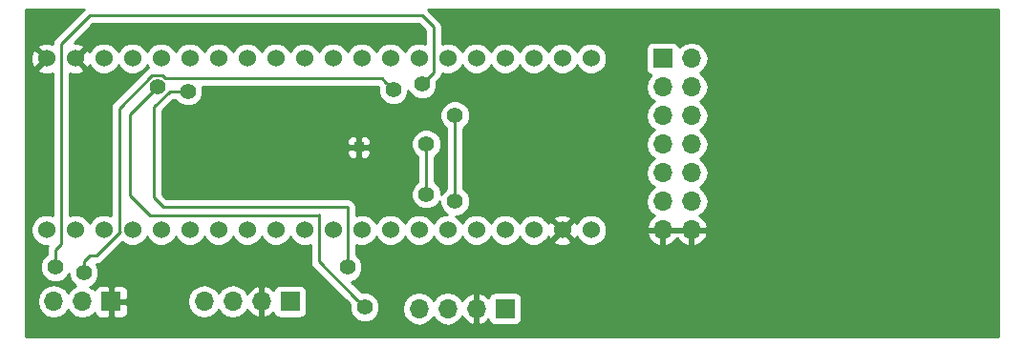
<source format=gtl>
G04 #@! TF.FileFunction,Copper,L1,Top,Signal*
%FSLAX46Y46*%
G04 Gerber Fmt 4.6, Leading zero omitted, Abs format (unit mm)*
G04 Created by KiCad (PCBNEW 4.0.7) date 12/24/17 13:22:17*
%MOMM*%
%LPD*%
G01*
G04 APERTURE LIST*
%ADD10C,0.100000*%
%ADD11C,1.524000*%
%ADD12R,1.700000X1.700000*%
%ADD13O,1.700000X1.700000*%
%ADD14R,0.850000X0.850000*%
%ADD15C,1.400000*%
%ADD16C,0.250000*%
%ADD17C,0.254000*%
G04 APERTURE END LIST*
D10*
D11*
X102870000Y-64770000D03*
X105410000Y-64770000D03*
X107950000Y-64770000D03*
X110490000Y-64770000D03*
X113030000Y-64770000D03*
X115570000Y-64770000D03*
X118110000Y-64770000D03*
X120650000Y-64770000D03*
X123190000Y-64770000D03*
X125730000Y-64770000D03*
X128270000Y-64770000D03*
X130810000Y-64770000D03*
X133350000Y-64770000D03*
X135890000Y-64770000D03*
X138430000Y-64770000D03*
X140970000Y-64770000D03*
X143510000Y-64770000D03*
X146050000Y-64770000D03*
X148590000Y-64770000D03*
X151130000Y-64770000D03*
X151130000Y-49530000D03*
X148590000Y-49530000D03*
X146050000Y-49530000D03*
X143510000Y-49530000D03*
X140970000Y-49530000D03*
X138430000Y-49530000D03*
X135890000Y-49530000D03*
X133350000Y-49530000D03*
X130810000Y-49530000D03*
X128270000Y-49530000D03*
X125730000Y-49530000D03*
X123190000Y-49530000D03*
X120650000Y-49530000D03*
X118110000Y-49530000D03*
X115570000Y-49530000D03*
X113030000Y-49530000D03*
X110490000Y-49530000D03*
X107950000Y-49530000D03*
X105410000Y-49530000D03*
X102870000Y-49530000D03*
D12*
X157480000Y-49530000D03*
D13*
X160020000Y-49530000D03*
X157480000Y-52070000D03*
X160020000Y-52070000D03*
X157480000Y-54610000D03*
X160020000Y-54610000D03*
X157480000Y-57150000D03*
X160020000Y-57150000D03*
X157480000Y-59690000D03*
X160020000Y-59690000D03*
X157480000Y-62230000D03*
X160020000Y-62230000D03*
X157480000Y-64770000D03*
X160020000Y-64770000D03*
D12*
X124460000Y-71120000D03*
D13*
X121920000Y-71120000D03*
X119380000Y-71120000D03*
X116840000Y-71120000D03*
D12*
X143510000Y-71755000D03*
D13*
X140970000Y-71755000D03*
X138430000Y-71755000D03*
X135890000Y-71755000D03*
D12*
X108585000Y-71120000D03*
D13*
X106045000Y-71120000D03*
X103505000Y-71120000D03*
D14*
X130556000Y-57404000D03*
D15*
X168910000Y-59690000D03*
X163830000Y-64770000D03*
X139065000Y-62230000D03*
X139065000Y-54610000D03*
X136525000Y-61595000D03*
X136525000Y-57150000D03*
X115399475Y-52448796D03*
X129540000Y-68072000D03*
X112691034Y-52087436D03*
X131064000Y-71628000D03*
X133604000Y-52324000D03*
X106172000Y-68580000D03*
X136144000Y-51816000D03*
X103632000Y-68072000D03*
D16*
X163830000Y-64770000D02*
X168910000Y-59690000D01*
X139065000Y-62230000D02*
X139065000Y-54610000D01*
X136525000Y-57150000D02*
X136525000Y-61595000D01*
X129540000Y-67945000D02*
X129540000Y-62747008D01*
X129540000Y-62747008D02*
X113194470Y-62747008D01*
X113194470Y-62747008D02*
X112361891Y-61914429D01*
X112361891Y-61914429D02*
X112361891Y-53866163D01*
X112361891Y-53866163D02*
X113779258Y-52448796D01*
X113779258Y-52448796D02*
X115399475Y-52448796D01*
X129540000Y-68072000D02*
X129540000Y-66548000D01*
X111991035Y-52787435D02*
X112691034Y-52087436D01*
X110260620Y-54517850D02*
X111991035Y-52787435D01*
X127000000Y-63500000D02*
X112084071Y-63500000D01*
X110260620Y-61676549D02*
X110260620Y-54517850D01*
X112084071Y-63500000D02*
X110260620Y-61676549D01*
X127000000Y-63422905D02*
X127000000Y-67564000D01*
X130364001Y-70928001D02*
X131064000Y-71628000D01*
X127000000Y-67564000D02*
X130364001Y-70928001D01*
X132904001Y-51624001D02*
X133604000Y-52324000D01*
X113183035Y-51062435D02*
X113420914Y-51300314D01*
X113420914Y-51300314D02*
X132580314Y-51300314D01*
X112199033Y-51062435D02*
X113183035Y-51062435D01*
X109304762Y-65024000D02*
X109304762Y-53956706D01*
X109304762Y-53956706D02*
X112199033Y-51062435D01*
X132580314Y-51300314D02*
X132904001Y-51624001D01*
X109304762Y-65024000D02*
X109402999Y-64925763D01*
X107272762Y-67056000D02*
X109304762Y-65024000D01*
X106680000Y-67056000D02*
X107272762Y-67056000D01*
X106172000Y-67564000D02*
X106680000Y-67056000D01*
X106172000Y-68580000D02*
X106172000Y-67564000D01*
X106045000Y-70485000D02*
X106045000Y-71120000D01*
X136144000Y-51816000D02*
X137160000Y-50800000D01*
X137160000Y-50800000D02*
X137160000Y-46736000D01*
X137160000Y-46736000D02*
X136144000Y-45720000D01*
X136144000Y-45720000D02*
X106680000Y-45720000D01*
X106680000Y-45720000D02*
X104140000Y-48260000D01*
X104140000Y-48260000D02*
X104140000Y-66040000D01*
X104140000Y-66040000D02*
X103632000Y-66548000D01*
X103632000Y-66548000D02*
X103632000Y-68072000D01*
D17*
G36*
X106142599Y-45182599D02*
X103602599Y-47722599D01*
X103437852Y-47969161D01*
X103385812Y-48230780D01*
X103077698Y-48120856D01*
X102522632Y-48148638D01*
X102138857Y-48307603D01*
X102069392Y-48549787D01*
X102870000Y-49350395D01*
X102884143Y-49336253D01*
X103063748Y-49515858D01*
X103049605Y-49530000D01*
X103063748Y-49544143D01*
X102884143Y-49723748D01*
X102870000Y-49709605D01*
X102069392Y-50510213D01*
X102138857Y-50752397D01*
X102662302Y-50939144D01*
X103217368Y-50911362D01*
X103380000Y-50843998D01*
X103380000Y-63469121D01*
X103149100Y-63373243D01*
X102593339Y-63372758D01*
X102079697Y-63584990D01*
X101686371Y-63977630D01*
X101473243Y-64490900D01*
X101472758Y-65046661D01*
X101684990Y-65560303D01*
X102077630Y-65953629D01*
X102590900Y-66166757D01*
X102990025Y-66167105D01*
X102929852Y-66257161D01*
X102872000Y-66548000D01*
X102872000Y-66944345D01*
X102500902Y-67314796D01*
X102297232Y-67805287D01*
X102296769Y-68336383D01*
X102499582Y-68827229D01*
X102874796Y-69203098D01*
X103365287Y-69406768D01*
X103896383Y-69407231D01*
X104387229Y-69204418D01*
X104763098Y-68829204D01*
X104836937Y-68651380D01*
X104836769Y-68844383D01*
X105039582Y-69335229D01*
X105414796Y-69711098D01*
X105460227Y-69729963D01*
X104994946Y-70040853D01*
X104775000Y-70370026D01*
X104555054Y-70040853D01*
X104073285Y-69718946D01*
X103505000Y-69605907D01*
X102936715Y-69718946D01*
X102454946Y-70040853D01*
X102133039Y-70522622D01*
X102020000Y-71090907D01*
X102020000Y-71149093D01*
X102133039Y-71717378D01*
X102454946Y-72199147D01*
X102936715Y-72521054D01*
X103505000Y-72634093D01*
X104073285Y-72521054D01*
X104555054Y-72199147D01*
X104775000Y-71869974D01*
X104994946Y-72199147D01*
X105476715Y-72521054D01*
X106045000Y-72634093D01*
X106613285Y-72521054D01*
X107095054Y-72199147D01*
X107124403Y-72155223D01*
X107196673Y-72329698D01*
X107375301Y-72508327D01*
X107608690Y-72605000D01*
X108299250Y-72605000D01*
X108458000Y-72446250D01*
X108458000Y-71247000D01*
X108712000Y-71247000D01*
X108712000Y-72446250D01*
X108870750Y-72605000D01*
X109561310Y-72605000D01*
X109794699Y-72508327D01*
X109973327Y-72329698D01*
X110070000Y-72096309D01*
X110070000Y-71405750D01*
X109911250Y-71247000D01*
X108712000Y-71247000D01*
X108458000Y-71247000D01*
X108438000Y-71247000D01*
X108438000Y-71090907D01*
X115355000Y-71090907D01*
X115355000Y-71149093D01*
X115468039Y-71717378D01*
X115789946Y-72199147D01*
X116271715Y-72521054D01*
X116840000Y-72634093D01*
X117408285Y-72521054D01*
X117890054Y-72199147D01*
X118110000Y-71869974D01*
X118329946Y-72199147D01*
X118811715Y-72521054D01*
X119380000Y-72634093D01*
X119948285Y-72521054D01*
X120430054Y-72199147D01*
X120657702Y-71858447D01*
X120724817Y-72001358D01*
X121153076Y-72391645D01*
X121563110Y-72561476D01*
X121793000Y-72440155D01*
X121793000Y-71247000D01*
X121773000Y-71247000D01*
X121773000Y-70993000D01*
X121793000Y-70993000D01*
X121793000Y-69799845D01*
X122047000Y-69799845D01*
X122047000Y-70993000D01*
X122067000Y-70993000D01*
X122067000Y-71247000D01*
X122047000Y-71247000D01*
X122047000Y-72440155D01*
X122276890Y-72561476D01*
X122686924Y-72391645D01*
X122989937Y-72115499D01*
X123006838Y-72205317D01*
X123145910Y-72421441D01*
X123358110Y-72566431D01*
X123610000Y-72617440D01*
X125310000Y-72617440D01*
X125545317Y-72573162D01*
X125761441Y-72434090D01*
X125906431Y-72221890D01*
X125957440Y-71970000D01*
X125957440Y-70270000D01*
X125913162Y-70034683D01*
X125774090Y-69818559D01*
X125561890Y-69673569D01*
X125310000Y-69622560D01*
X123610000Y-69622560D01*
X123374683Y-69666838D01*
X123158559Y-69805910D01*
X123013569Y-70018110D01*
X122991699Y-70126107D01*
X122686924Y-69848355D01*
X122276890Y-69678524D01*
X122047000Y-69799845D01*
X121793000Y-69799845D01*
X121563110Y-69678524D01*
X121153076Y-69848355D01*
X120724817Y-70238642D01*
X120657702Y-70381553D01*
X120430054Y-70040853D01*
X119948285Y-69718946D01*
X119380000Y-69605907D01*
X118811715Y-69718946D01*
X118329946Y-70040853D01*
X118110000Y-70370026D01*
X117890054Y-70040853D01*
X117408285Y-69718946D01*
X116840000Y-69605907D01*
X116271715Y-69718946D01*
X115789946Y-70040853D01*
X115468039Y-70522622D01*
X115355000Y-71090907D01*
X108438000Y-71090907D01*
X108438000Y-70993000D01*
X108458000Y-70993000D01*
X108458000Y-69793750D01*
X108712000Y-69793750D01*
X108712000Y-70993000D01*
X109911250Y-70993000D01*
X110070000Y-70834250D01*
X110070000Y-70143691D01*
X109973327Y-69910302D01*
X109794699Y-69731673D01*
X109561310Y-69635000D01*
X108870750Y-69635000D01*
X108712000Y-69793750D01*
X108458000Y-69793750D01*
X108299250Y-69635000D01*
X107608690Y-69635000D01*
X107375301Y-69731673D01*
X107196673Y-69910302D01*
X107124403Y-70084777D01*
X107095054Y-70040853D01*
X106727206Y-69795066D01*
X106927229Y-69712418D01*
X107303098Y-69337204D01*
X107506768Y-68846713D01*
X107507231Y-68315617D01*
X107304418Y-67824771D01*
X107291868Y-67812199D01*
X107563601Y-67758148D01*
X107810163Y-67593401D01*
X109573891Y-65829673D01*
X109697630Y-65953629D01*
X110210900Y-66166757D01*
X110766661Y-66167242D01*
X111280303Y-65955010D01*
X111673629Y-65562370D01*
X111759949Y-65354488D01*
X111844990Y-65560303D01*
X112237630Y-65953629D01*
X112750900Y-66166757D01*
X113306661Y-66167242D01*
X113820303Y-65955010D01*
X114213629Y-65562370D01*
X114299949Y-65354488D01*
X114384990Y-65560303D01*
X114777630Y-65953629D01*
X115290900Y-66166757D01*
X115846661Y-66167242D01*
X116360303Y-65955010D01*
X116753629Y-65562370D01*
X116839949Y-65354488D01*
X116924990Y-65560303D01*
X117317630Y-65953629D01*
X117830900Y-66166757D01*
X118386661Y-66167242D01*
X118900303Y-65955010D01*
X119293629Y-65562370D01*
X119379949Y-65354488D01*
X119464990Y-65560303D01*
X119857630Y-65953629D01*
X120370900Y-66166757D01*
X120926661Y-66167242D01*
X121440303Y-65955010D01*
X121833629Y-65562370D01*
X121919949Y-65354488D01*
X122004990Y-65560303D01*
X122397630Y-65953629D01*
X122910900Y-66166757D01*
X123466661Y-66167242D01*
X123980303Y-65955010D01*
X124373629Y-65562370D01*
X124459949Y-65354488D01*
X124544990Y-65560303D01*
X124937630Y-65953629D01*
X125450900Y-66166757D01*
X126006661Y-66167242D01*
X126240000Y-66070829D01*
X126240000Y-67564000D01*
X126297852Y-67854839D01*
X126462599Y-68101401D01*
X129729226Y-71368028D01*
X129728769Y-71892383D01*
X129931582Y-72383229D01*
X130306796Y-72759098D01*
X130797287Y-72962768D01*
X131328383Y-72963231D01*
X131819229Y-72760418D01*
X132195098Y-72385204D01*
X132398768Y-71894713D01*
X132398915Y-71725907D01*
X134405000Y-71725907D01*
X134405000Y-71784093D01*
X134518039Y-72352378D01*
X134839946Y-72834147D01*
X135321715Y-73156054D01*
X135890000Y-73269093D01*
X136458285Y-73156054D01*
X136940054Y-72834147D01*
X137160000Y-72504974D01*
X137379946Y-72834147D01*
X137861715Y-73156054D01*
X138430000Y-73269093D01*
X138998285Y-73156054D01*
X139480054Y-72834147D01*
X139707702Y-72493447D01*
X139774817Y-72636358D01*
X140203076Y-73026645D01*
X140613110Y-73196476D01*
X140843000Y-73075155D01*
X140843000Y-71882000D01*
X140823000Y-71882000D01*
X140823000Y-71628000D01*
X140843000Y-71628000D01*
X140843000Y-70434845D01*
X141097000Y-70434845D01*
X141097000Y-71628000D01*
X141117000Y-71628000D01*
X141117000Y-71882000D01*
X141097000Y-71882000D01*
X141097000Y-73075155D01*
X141326890Y-73196476D01*
X141736924Y-73026645D01*
X142039937Y-72750499D01*
X142056838Y-72840317D01*
X142195910Y-73056441D01*
X142408110Y-73201431D01*
X142660000Y-73252440D01*
X144360000Y-73252440D01*
X144595317Y-73208162D01*
X144811441Y-73069090D01*
X144956431Y-72856890D01*
X145007440Y-72605000D01*
X145007440Y-70905000D01*
X144963162Y-70669683D01*
X144824090Y-70453559D01*
X144611890Y-70308569D01*
X144360000Y-70257560D01*
X142660000Y-70257560D01*
X142424683Y-70301838D01*
X142208559Y-70440910D01*
X142063569Y-70653110D01*
X142041699Y-70761107D01*
X141736924Y-70483355D01*
X141326890Y-70313524D01*
X141097000Y-70434845D01*
X140843000Y-70434845D01*
X140613110Y-70313524D01*
X140203076Y-70483355D01*
X139774817Y-70873642D01*
X139707702Y-71016553D01*
X139480054Y-70675853D01*
X138998285Y-70353946D01*
X138430000Y-70240907D01*
X137861715Y-70353946D01*
X137379946Y-70675853D01*
X137160000Y-71005026D01*
X136940054Y-70675853D01*
X136458285Y-70353946D01*
X135890000Y-70240907D01*
X135321715Y-70353946D01*
X134839946Y-70675853D01*
X134518039Y-71157622D01*
X134405000Y-71725907D01*
X132398915Y-71725907D01*
X132399231Y-71363617D01*
X132196418Y-70872771D01*
X131821204Y-70496902D01*
X131330713Y-70293232D01*
X130803574Y-70292772D01*
X129884804Y-69374002D01*
X130295229Y-69204418D01*
X130671098Y-68829204D01*
X130874768Y-68338713D01*
X130875231Y-67807617D01*
X130672418Y-67316771D01*
X130300000Y-66943703D01*
X130300000Y-66070879D01*
X130530900Y-66166757D01*
X131086661Y-66167242D01*
X131600303Y-65955010D01*
X131993629Y-65562370D01*
X132079949Y-65354488D01*
X132164990Y-65560303D01*
X132557630Y-65953629D01*
X133070900Y-66166757D01*
X133626661Y-66167242D01*
X134140303Y-65955010D01*
X134533629Y-65562370D01*
X134619949Y-65354488D01*
X134704990Y-65560303D01*
X135097630Y-65953629D01*
X135610900Y-66166757D01*
X136166661Y-66167242D01*
X136680303Y-65955010D01*
X137073629Y-65562370D01*
X137159949Y-65354488D01*
X137244990Y-65560303D01*
X137637630Y-65953629D01*
X138150900Y-66166757D01*
X138706661Y-66167242D01*
X139220303Y-65955010D01*
X139613629Y-65562370D01*
X139699949Y-65354488D01*
X139784990Y-65560303D01*
X140177630Y-65953629D01*
X140690900Y-66166757D01*
X141246661Y-66167242D01*
X141760303Y-65955010D01*
X142153629Y-65562370D01*
X142239949Y-65354488D01*
X142324990Y-65560303D01*
X142717630Y-65953629D01*
X143230900Y-66166757D01*
X143786661Y-66167242D01*
X144300303Y-65955010D01*
X144693629Y-65562370D01*
X144779949Y-65354488D01*
X144864990Y-65560303D01*
X145257630Y-65953629D01*
X145770900Y-66166757D01*
X146326661Y-66167242D01*
X146840303Y-65955010D01*
X147045457Y-65750213D01*
X147789392Y-65750213D01*
X147858857Y-65992397D01*
X148382302Y-66179144D01*
X148937368Y-66151362D01*
X149321143Y-65992397D01*
X149390608Y-65750213D01*
X148590000Y-64949605D01*
X147789392Y-65750213D01*
X147045457Y-65750213D01*
X147233629Y-65562370D01*
X147313395Y-65370273D01*
X147367603Y-65501143D01*
X147609787Y-65570608D01*
X148410395Y-64770000D01*
X148769605Y-64770000D01*
X149570213Y-65570608D01*
X149812397Y-65501143D01*
X149862509Y-65360682D01*
X149944990Y-65560303D01*
X150337630Y-65953629D01*
X150850900Y-66166757D01*
X151406661Y-66167242D01*
X151920303Y-65955010D01*
X152313629Y-65562370D01*
X152494455Y-65126890D01*
X156038524Y-65126890D01*
X156208355Y-65536924D01*
X156598642Y-65965183D01*
X157123108Y-66211486D01*
X157353000Y-66090819D01*
X157353000Y-64897000D01*
X157607000Y-64897000D01*
X157607000Y-66090819D01*
X157836892Y-66211486D01*
X158361358Y-65965183D01*
X158750000Y-65538729D01*
X159138642Y-65965183D01*
X159663108Y-66211486D01*
X159893000Y-66090819D01*
X159893000Y-64897000D01*
X160147000Y-64897000D01*
X160147000Y-66090819D01*
X160376892Y-66211486D01*
X160901358Y-65965183D01*
X161291645Y-65536924D01*
X161461476Y-65126890D01*
X161340155Y-64897000D01*
X160147000Y-64897000D01*
X159893000Y-64897000D01*
X157607000Y-64897000D01*
X157353000Y-64897000D01*
X156159845Y-64897000D01*
X156038524Y-65126890D01*
X152494455Y-65126890D01*
X152526757Y-65049100D01*
X152527242Y-64493339D01*
X152315010Y-63979697D01*
X151922370Y-63586371D01*
X151409100Y-63373243D01*
X150853339Y-63372758D01*
X150339697Y-63584990D01*
X149946371Y-63977630D01*
X149866605Y-64169727D01*
X149812397Y-64038857D01*
X149570213Y-63969392D01*
X148769605Y-64770000D01*
X148410395Y-64770000D01*
X147609787Y-63969392D01*
X147367603Y-64038857D01*
X147317491Y-64179318D01*
X147235010Y-63979697D01*
X147045432Y-63789787D01*
X147789392Y-63789787D01*
X148590000Y-64590395D01*
X149390608Y-63789787D01*
X149321143Y-63547603D01*
X148797698Y-63360856D01*
X148242632Y-63388638D01*
X147858857Y-63547603D01*
X147789392Y-63789787D01*
X147045432Y-63789787D01*
X146842370Y-63586371D01*
X146329100Y-63373243D01*
X145773339Y-63372758D01*
X145259697Y-63584990D01*
X144866371Y-63977630D01*
X144780051Y-64185512D01*
X144695010Y-63979697D01*
X144302370Y-63586371D01*
X143789100Y-63373243D01*
X143233339Y-63372758D01*
X142719697Y-63584990D01*
X142326371Y-63977630D01*
X142240051Y-64185512D01*
X142155010Y-63979697D01*
X141762370Y-63586371D01*
X141249100Y-63373243D01*
X140693339Y-63372758D01*
X140179697Y-63584990D01*
X139786371Y-63977630D01*
X139700051Y-64185512D01*
X139615010Y-63979697D01*
X139222370Y-63586371D01*
X139171127Y-63565093D01*
X139329383Y-63565231D01*
X139820229Y-63362418D01*
X140196098Y-62987204D01*
X140399768Y-62496713D01*
X140400231Y-61965617D01*
X140197418Y-61474771D01*
X139825000Y-61101703D01*
X139825000Y-55737655D01*
X140196098Y-55367204D01*
X140399768Y-54876713D01*
X140400231Y-54345617D01*
X140197418Y-53854771D01*
X139822204Y-53478902D01*
X139331713Y-53275232D01*
X138800617Y-53274769D01*
X138309771Y-53477582D01*
X137933902Y-53852796D01*
X137730232Y-54343287D01*
X137729769Y-54874383D01*
X137932582Y-55365229D01*
X138305000Y-55738297D01*
X138305000Y-61102345D01*
X137933902Y-61472796D01*
X137859952Y-61650888D01*
X137860231Y-61330617D01*
X137657418Y-60839771D01*
X137285000Y-60466703D01*
X137285000Y-58277655D01*
X137656098Y-57907204D01*
X137859768Y-57416713D01*
X137860231Y-56885617D01*
X137657418Y-56394771D01*
X137282204Y-56018902D01*
X136791713Y-55815232D01*
X136260617Y-55814769D01*
X135769771Y-56017582D01*
X135393902Y-56392796D01*
X135190232Y-56883287D01*
X135189769Y-57414383D01*
X135392582Y-57905229D01*
X135765000Y-58278297D01*
X135765000Y-60467345D01*
X135393902Y-60837796D01*
X135190232Y-61328287D01*
X135189769Y-61859383D01*
X135392582Y-62350229D01*
X135767796Y-62726098D01*
X136258287Y-62929768D01*
X136789383Y-62930231D01*
X137280229Y-62727418D01*
X137656098Y-62352204D01*
X137730048Y-62174112D01*
X137729769Y-62494383D01*
X137932582Y-62985229D01*
X138307796Y-63361098D01*
X138336261Y-63372918D01*
X138153339Y-63372758D01*
X137639697Y-63584990D01*
X137246371Y-63977630D01*
X137160051Y-64185512D01*
X137075010Y-63979697D01*
X136682370Y-63586371D01*
X136169100Y-63373243D01*
X135613339Y-63372758D01*
X135099697Y-63584990D01*
X134706371Y-63977630D01*
X134620051Y-64185512D01*
X134535010Y-63979697D01*
X134142370Y-63586371D01*
X133629100Y-63373243D01*
X133073339Y-63372758D01*
X132559697Y-63584990D01*
X132166371Y-63977630D01*
X132080051Y-64185512D01*
X131995010Y-63979697D01*
X131602370Y-63586371D01*
X131089100Y-63373243D01*
X130533339Y-63372758D01*
X130300000Y-63469171D01*
X130300000Y-62747008D01*
X130242148Y-62456169D01*
X130077401Y-62209607D01*
X129830839Y-62044860D01*
X129540000Y-61987008D01*
X113509272Y-61987008D01*
X113121891Y-61599627D01*
X113121891Y-57689750D01*
X129496000Y-57689750D01*
X129496000Y-57955310D01*
X129592673Y-58188699D01*
X129771302Y-58367327D01*
X130004691Y-58464000D01*
X130270250Y-58464000D01*
X130429000Y-58305250D01*
X130429000Y-57531000D01*
X130683000Y-57531000D01*
X130683000Y-58305250D01*
X130841750Y-58464000D01*
X131107309Y-58464000D01*
X131340698Y-58367327D01*
X131519327Y-58188699D01*
X131616000Y-57955310D01*
X131616000Y-57689750D01*
X131457250Y-57531000D01*
X130683000Y-57531000D01*
X130429000Y-57531000D01*
X129654750Y-57531000D01*
X129496000Y-57689750D01*
X113121891Y-57689750D01*
X113121891Y-56852690D01*
X129496000Y-56852690D01*
X129496000Y-57118250D01*
X129654750Y-57277000D01*
X130429000Y-57277000D01*
X130429000Y-56502750D01*
X130683000Y-56502750D01*
X130683000Y-57277000D01*
X131457250Y-57277000D01*
X131616000Y-57118250D01*
X131616000Y-56852690D01*
X131519327Y-56619301D01*
X131340698Y-56440673D01*
X131107309Y-56344000D01*
X130841750Y-56344000D01*
X130683000Y-56502750D01*
X130429000Y-56502750D01*
X130270250Y-56344000D01*
X130004691Y-56344000D01*
X129771302Y-56440673D01*
X129592673Y-56619301D01*
X129496000Y-56852690D01*
X113121891Y-56852690D01*
X113121891Y-54180965D01*
X114094060Y-53208796D01*
X114271820Y-53208796D01*
X114642271Y-53579894D01*
X115132762Y-53783564D01*
X115663858Y-53784027D01*
X116154704Y-53581214D01*
X116530573Y-53206000D01*
X116734243Y-52715509D01*
X116734706Y-52184413D01*
X116683429Y-52060314D01*
X132265512Y-52060314D01*
X132269226Y-52064028D01*
X132268769Y-52588383D01*
X132471582Y-53079229D01*
X132846796Y-53455098D01*
X133337287Y-53658768D01*
X133868383Y-53659231D01*
X134359229Y-53456418D01*
X134735098Y-53081204D01*
X134938768Y-52590713D01*
X134938938Y-52395417D01*
X135011582Y-52571229D01*
X135386796Y-52947098D01*
X135877287Y-53150768D01*
X136408383Y-53151231D01*
X136899229Y-52948418D01*
X137275098Y-52573204D01*
X137478768Y-52082713D01*
X137478779Y-52070000D01*
X155965907Y-52070000D01*
X156078946Y-52638285D01*
X156400853Y-53120054D01*
X156730026Y-53340000D01*
X156400853Y-53559946D01*
X156078946Y-54041715D01*
X155965907Y-54610000D01*
X156078946Y-55178285D01*
X156400853Y-55660054D01*
X156730026Y-55880000D01*
X156400853Y-56099946D01*
X156078946Y-56581715D01*
X155965907Y-57150000D01*
X156078946Y-57718285D01*
X156400853Y-58200054D01*
X156730026Y-58420000D01*
X156400853Y-58639946D01*
X156078946Y-59121715D01*
X155965907Y-59690000D01*
X156078946Y-60258285D01*
X156400853Y-60740054D01*
X156730026Y-60960000D01*
X156400853Y-61179946D01*
X156078946Y-61661715D01*
X155965907Y-62230000D01*
X156078946Y-62798285D01*
X156400853Y-63280054D01*
X156741553Y-63507702D01*
X156598642Y-63574817D01*
X156208355Y-64003076D01*
X156038524Y-64413110D01*
X156159845Y-64643000D01*
X157353000Y-64643000D01*
X157353000Y-64623000D01*
X157607000Y-64623000D01*
X157607000Y-64643000D01*
X159893000Y-64643000D01*
X159893000Y-64623000D01*
X160147000Y-64623000D01*
X160147000Y-64643000D01*
X161340155Y-64643000D01*
X161461476Y-64413110D01*
X161291645Y-64003076D01*
X160901358Y-63574817D01*
X160758447Y-63507702D01*
X161099147Y-63280054D01*
X161421054Y-62798285D01*
X161534093Y-62230000D01*
X161421054Y-61661715D01*
X161099147Y-61179946D01*
X160769974Y-60960000D01*
X161099147Y-60740054D01*
X161421054Y-60258285D01*
X161534093Y-59690000D01*
X161421054Y-59121715D01*
X161099147Y-58639946D01*
X160769974Y-58420000D01*
X161099147Y-58200054D01*
X161421054Y-57718285D01*
X161534093Y-57150000D01*
X161421054Y-56581715D01*
X161099147Y-56099946D01*
X160769974Y-55880000D01*
X161099147Y-55660054D01*
X161421054Y-55178285D01*
X161534093Y-54610000D01*
X161421054Y-54041715D01*
X161099147Y-53559946D01*
X160769974Y-53340000D01*
X161099147Y-53120054D01*
X161421054Y-52638285D01*
X161534093Y-52070000D01*
X161421054Y-51501715D01*
X161099147Y-51019946D01*
X160769974Y-50800000D01*
X161099147Y-50580054D01*
X161421054Y-50098285D01*
X161534093Y-49530000D01*
X161421054Y-48961715D01*
X161099147Y-48479946D01*
X160617378Y-48158039D01*
X160049093Y-48045000D01*
X159990907Y-48045000D01*
X159422622Y-48158039D01*
X158940853Y-48479946D01*
X158940029Y-48481179D01*
X158933162Y-48444683D01*
X158794090Y-48228559D01*
X158581890Y-48083569D01*
X158330000Y-48032560D01*
X156630000Y-48032560D01*
X156394683Y-48076838D01*
X156178559Y-48215910D01*
X156033569Y-48428110D01*
X155982560Y-48680000D01*
X155982560Y-50380000D01*
X156026838Y-50615317D01*
X156165910Y-50831441D01*
X156378110Y-50976431D01*
X156445541Y-50990086D01*
X156400853Y-51019946D01*
X156078946Y-51501715D01*
X155965907Y-52070000D01*
X137478779Y-52070000D01*
X137479228Y-51555574D01*
X137697401Y-51337401D01*
X137862148Y-51090839D01*
X137914326Y-50828523D01*
X138150900Y-50926757D01*
X138706661Y-50927242D01*
X139220303Y-50715010D01*
X139613629Y-50322370D01*
X139699949Y-50114488D01*
X139784990Y-50320303D01*
X140177630Y-50713629D01*
X140690900Y-50926757D01*
X141246661Y-50927242D01*
X141760303Y-50715010D01*
X142153629Y-50322370D01*
X142239949Y-50114488D01*
X142324990Y-50320303D01*
X142717630Y-50713629D01*
X143230900Y-50926757D01*
X143786661Y-50927242D01*
X144300303Y-50715010D01*
X144693629Y-50322370D01*
X144779949Y-50114488D01*
X144864990Y-50320303D01*
X145257630Y-50713629D01*
X145770900Y-50926757D01*
X146326661Y-50927242D01*
X146840303Y-50715010D01*
X147233629Y-50322370D01*
X147319949Y-50114488D01*
X147404990Y-50320303D01*
X147797630Y-50713629D01*
X148310900Y-50926757D01*
X148866661Y-50927242D01*
X149380303Y-50715010D01*
X149773629Y-50322370D01*
X149859949Y-50114488D01*
X149944990Y-50320303D01*
X150337630Y-50713629D01*
X150850900Y-50926757D01*
X151406661Y-50927242D01*
X151920303Y-50715010D01*
X152313629Y-50322370D01*
X152526757Y-49809100D01*
X152527242Y-49253339D01*
X152315010Y-48739697D01*
X151922370Y-48346371D01*
X151409100Y-48133243D01*
X150853339Y-48132758D01*
X150339697Y-48344990D01*
X149946371Y-48737630D01*
X149860051Y-48945512D01*
X149775010Y-48739697D01*
X149382370Y-48346371D01*
X148869100Y-48133243D01*
X148313339Y-48132758D01*
X147799697Y-48344990D01*
X147406371Y-48737630D01*
X147320051Y-48945512D01*
X147235010Y-48739697D01*
X146842370Y-48346371D01*
X146329100Y-48133243D01*
X145773339Y-48132758D01*
X145259697Y-48344990D01*
X144866371Y-48737630D01*
X144780051Y-48945512D01*
X144695010Y-48739697D01*
X144302370Y-48346371D01*
X143789100Y-48133243D01*
X143233339Y-48132758D01*
X142719697Y-48344990D01*
X142326371Y-48737630D01*
X142240051Y-48945512D01*
X142155010Y-48739697D01*
X141762370Y-48346371D01*
X141249100Y-48133243D01*
X140693339Y-48132758D01*
X140179697Y-48344990D01*
X139786371Y-48737630D01*
X139700051Y-48945512D01*
X139615010Y-48739697D01*
X139222370Y-48346371D01*
X138709100Y-48133243D01*
X138153339Y-48132758D01*
X137920000Y-48229171D01*
X137920000Y-46736000D01*
X137862148Y-46445161D01*
X137697401Y-46198599D01*
X136681401Y-45182599D01*
X136647579Y-45160000D01*
X187250000Y-45160000D01*
X187250000Y-74220000D01*
X101040000Y-74220000D01*
X101040000Y-49322302D01*
X101460856Y-49322302D01*
X101488638Y-49877368D01*
X101647603Y-50261143D01*
X101889787Y-50330608D01*
X102690395Y-49530000D01*
X101889787Y-48729392D01*
X101647603Y-48798857D01*
X101460856Y-49322302D01*
X101040000Y-49322302D01*
X101040000Y-45160000D01*
X106176421Y-45160000D01*
X106142599Y-45182599D01*
X106142599Y-45182599D01*
G37*
X106142599Y-45182599D02*
X103602599Y-47722599D01*
X103437852Y-47969161D01*
X103385812Y-48230780D01*
X103077698Y-48120856D01*
X102522632Y-48148638D01*
X102138857Y-48307603D01*
X102069392Y-48549787D01*
X102870000Y-49350395D01*
X102884143Y-49336253D01*
X103063748Y-49515858D01*
X103049605Y-49530000D01*
X103063748Y-49544143D01*
X102884143Y-49723748D01*
X102870000Y-49709605D01*
X102069392Y-50510213D01*
X102138857Y-50752397D01*
X102662302Y-50939144D01*
X103217368Y-50911362D01*
X103380000Y-50843998D01*
X103380000Y-63469121D01*
X103149100Y-63373243D01*
X102593339Y-63372758D01*
X102079697Y-63584990D01*
X101686371Y-63977630D01*
X101473243Y-64490900D01*
X101472758Y-65046661D01*
X101684990Y-65560303D01*
X102077630Y-65953629D01*
X102590900Y-66166757D01*
X102990025Y-66167105D01*
X102929852Y-66257161D01*
X102872000Y-66548000D01*
X102872000Y-66944345D01*
X102500902Y-67314796D01*
X102297232Y-67805287D01*
X102296769Y-68336383D01*
X102499582Y-68827229D01*
X102874796Y-69203098D01*
X103365287Y-69406768D01*
X103896383Y-69407231D01*
X104387229Y-69204418D01*
X104763098Y-68829204D01*
X104836937Y-68651380D01*
X104836769Y-68844383D01*
X105039582Y-69335229D01*
X105414796Y-69711098D01*
X105460227Y-69729963D01*
X104994946Y-70040853D01*
X104775000Y-70370026D01*
X104555054Y-70040853D01*
X104073285Y-69718946D01*
X103505000Y-69605907D01*
X102936715Y-69718946D01*
X102454946Y-70040853D01*
X102133039Y-70522622D01*
X102020000Y-71090907D01*
X102020000Y-71149093D01*
X102133039Y-71717378D01*
X102454946Y-72199147D01*
X102936715Y-72521054D01*
X103505000Y-72634093D01*
X104073285Y-72521054D01*
X104555054Y-72199147D01*
X104775000Y-71869974D01*
X104994946Y-72199147D01*
X105476715Y-72521054D01*
X106045000Y-72634093D01*
X106613285Y-72521054D01*
X107095054Y-72199147D01*
X107124403Y-72155223D01*
X107196673Y-72329698D01*
X107375301Y-72508327D01*
X107608690Y-72605000D01*
X108299250Y-72605000D01*
X108458000Y-72446250D01*
X108458000Y-71247000D01*
X108712000Y-71247000D01*
X108712000Y-72446250D01*
X108870750Y-72605000D01*
X109561310Y-72605000D01*
X109794699Y-72508327D01*
X109973327Y-72329698D01*
X110070000Y-72096309D01*
X110070000Y-71405750D01*
X109911250Y-71247000D01*
X108712000Y-71247000D01*
X108458000Y-71247000D01*
X108438000Y-71247000D01*
X108438000Y-71090907D01*
X115355000Y-71090907D01*
X115355000Y-71149093D01*
X115468039Y-71717378D01*
X115789946Y-72199147D01*
X116271715Y-72521054D01*
X116840000Y-72634093D01*
X117408285Y-72521054D01*
X117890054Y-72199147D01*
X118110000Y-71869974D01*
X118329946Y-72199147D01*
X118811715Y-72521054D01*
X119380000Y-72634093D01*
X119948285Y-72521054D01*
X120430054Y-72199147D01*
X120657702Y-71858447D01*
X120724817Y-72001358D01*
X121153076Y-72391645D01*
X121563110Y-72561476D01*
X121793000Y-72440155D01*
X121793000Y-71247000D01*
X121773000Y-71247000D01*
X121773000Y-70993000D01*
X121793000Y-70993000D01*
X121793000Y-69799845D01*
X122047000Y-69799845D01*
X122047000Y-70993000D01*
X122067000Y-70993000D01*
X122067000Y-71247000D01*
X122047000Y-71247000D01*
X122047000Y-72440155D01*
X122276890Y-72561476D01*
X122686924Y-72391645D01*
X122989937Y-72115499D01*
X123006838Y-72205317D01*
X123145910Y-72421441D01*
X123358110Y-72566431D01*
X123610000Y-72617440D01*
X125310000Y-72617440D01*
X125545317Y-72573162D01*
X125761441Y-72434090D01*
X125906431Y-72221890D01*
X125957440Y-71970000D01*
X125957440Y-70270000D01*
X125913162Y-70034683D01*
X125774090Y-69818559D01*
X125561890Y-69673569D01*
X125310000Y-69622560D01*
X123610000Y-69622560D01*
X123374683Y-69666838D01*
X123158559Y-69805910D01*
X123013569Y-70018110D01*
X122991699Y-70126107D01*
X122686924Y-69848355D01*
X122276890Y-69678524D01*
X122047000Y-69799845D01*
X121793000Y-69799845D01*
X121563110Y-69678524D01*
X121153076Y-69848355D01*
X120724817Y-70238642D01*
X120657702Y-70381553D01*
X120430054Y-70040853D01*
X119948285Y-69718946D01*
X119380000Y-69605907D01*
X118811715Y-69718946D01*
X118329946Y-70040853D01*
X118110000Y-70370026D01*
X117890054Y-70040853D01*
X117408285Y-69718946D01*
X116840000Y-69605907D01*
X116271715Y-69718946D01*
X115789946Y-70040853D01*
X115468039Y-70522622D01*
X115355000Y-71090907D01*
X108438000Y-71090907D01*
X108438000Y-70993000D01*
X108458000Y-70993000D01*
X108458000Y-69793750D01*
X108712000Y-69793750D01*
X108712000Y-70993000D01*
X109911250Y-70993000D01*
X110070000Y-70834250D01*
X110070000Y-70143691D01*
X109973327Y-69910302D01*
X109794699Y-69731673D01*
X109561310Y-69635000D01*
X108870750Y-69635000D01*
X108712000Y-69793750D01*
X108458000Y-69793750D01*
X108299250Y-69635000D01*
X107608690Y-69635000D01*
X107375301Y-69731673D01*
X107196673Y-69910302D01*
X107124403Y-70084777D01*
X107095054Y-70040853D01*
X106727206Y-69795066D01*
X106927229Y-69712418D01*
X107303098Y-69337204D01*
X107506768Y-68846713D01*
X107507231Y-68315617D01*
X107304418Y-67824771D01*
X107291868Y-67812199D01*
X107563601Y-67758148D01*
X107810163Y-67593401D01*
X109573891Y-65829673D01*
X109697630Y-65953629D01*
X110210900Y-66166757D01*
X110766661Y-66167242D01*
X111280303Y-65955010D01*
X111673629Y-65562370D01*
X111759949Y-65354488D01*
X111844990Y-65560303D01*
X112237630Y-65953629D01*
X112750900Y-66166757D01*
X113306661Y-66167242D01*
X113820303Y-65955010D01*
X114213629Y-65562370D01*
X114299949Y-65354488D01*
X114384990Y-65560303D01*
X114777630Y-65953629D01*
X115290900Y-66166757D01*
X115846661Y-66167242D01*
X116360303Y-65955010D01*
X116753629Y-65562370D01*
X116839949Y-65354488D01*
X116924990Y-65560303D01*
X117317630Y-65953629D01*
X117830900Y-66166757D01*
X118386661Y-66167242D01*
X118900303Y-65955010D01*
X119293629Y-65562370D01*
X119379949Y-65354488D01*
X119464990Y-65560303D01*
X119857630Y-65953629D01*
X120370900Y-66166757D01*
X120926661Y-66167242D01*
X121440303Y-65955010D01*
X121833629Y-65562370D01*
X121919949Y-65354488D01*
X122004990Y-65560303D01*
X122397630Y-65953629D01*
X122910900Y-66166757D01*
X123466661Y-66167242D01*
X123980303Y-65955010D01*
X124373629Y-65562370D01*
X124459949Y-65354488D01*
X124544990Y-65560303D01*
X124937630Y-65953629D01*
X125450900Y-66166757D01*
X126006661Y-66167242D01*
X126240000Y-66070829D01*
X126240000Y-67564000D01*
X126297852Y-67854839D01*
X126462599Y-68101401D01*
X129729226Y-71368028D01*
X129728769Y-71892383D01*
X129931582Y-72383229D01*
X130306796Y-72759098D01*
X130797287Y-72962768D01*
X131328383Y-72963231D01*
X131819229Y-72760418D01*
X132195098Y-72385204D01*
X132398768Y-71894713D01*
X132398915Y-71725907D01*
X134405000Y-71725907D01*
X134405000Y-71784093D01*
X134518039Y-72352378D01*
X134839946Y-72834147D01*
X135321715Y-73156054D01*
X135890000Y-73269093D01*
X136458285Y-73156054D01*
X136940054Y-72834147D01*
X137160000Y-72504974D01*
X137379946Y-72834147D01*
X137861715Y-73156054D01*
X138430000Y-73269093D01*
X138998285Y-73156054D01*
X139480054Y-72834147D01*
X139707702Y-72493447D01*
X139774817Y-72636358D01*
X140203076Y-73026645D01*
X140613110Y-73196476D01*
X140843000Y-73075155D01*
X140843000Y-71882000D01*
X140823000Y-71882000D01*
X140823000Y-71628000D01*
X140843000Y-71628000D01*
X140843000Y-70434845D01*
X141097000Y-70434845D01*
X141097000Y-71628000D01*
X141117000Y-71628000D01*
X141117000Y-71882000D01*
X141097000Y-71882000D01*
X141097000Y-73075155D01*
X141326890Y-73196476D01*
X141736924Y-73026645D01*
X142039937Y-72750499D01*
X142056838Y-72840317D01*
X142195910Y-73056441D01*
X142408110Y-73201431D01*
X142660000Y-73252440D01*
X144360000Y-73252440D01*
X144595317Y-73208162D01*
X144811441Y-73069090D01*
X144956431Y-72856890D01*
X145007440Y-72605000D01*
X145007440Y-70905000D01*
X144963162Y-70669683D01*
X144824090Y-70453559D01*
X144611890Y-70308569D01*
X144360000Y-70257560D01*
X142660000Y-70257560D01*
X142424683Y-70301838D01*
X142208559Y-70440910D01*
X142063569Y-70653110D01*
X142041699Y-70761107D01*
X141736924Y-70483355D01*
X141326890Y-70313524D01*
X141097000Y-70434845D01*
X140843000Y-70434845D01*
X140613110Y-70313524D01*
X140203076Y-70483355D01*
X139774817Y-70873642D01*
X139707702Y-71016553D01*
X139480054Y-70675853D01*
X138998285Y-70353946D01*
X138430000Y-70240907D01*
X137861715Y-70353946D01*
X137379946Y-70675853D01*
X137160000Y-71005026D01*
X136940054Y-70675853D01*
X136458285Y-70353946D01*
X135890000Y-70240907D01*
X135321715Y-70353946D01*
X134839946Y-70675853D01*
X134518039Y-71157622D01*
X134405000Y-71725907D01*
X132398915Y-71725907D01*
X132399231Y-71363617D01*
X132196418Y-70872771D01*
X131821204Y-70496902D01*
X131330713Y-70293232D01*
X130803574Y-70292772D01*
X129884804Y-69374002D01*
X130295229Y-69204418D01*
X130671098Y-68829204D01*
X130874768Y-68338713D01*
X130875231Y-67807617D01*
X130672418Y-67316771D01*
X130300000Y-66943703D01*
X130300000Y-66070879D01*
X130530900Y-66166757D01*
X131086661Y-66167242D01*
X131600303Y-65955010D01*
X131993629Y-65562370D01*
X132079949Y-65354488D01*
X132164990Y-65560303D01*
X132557630Y-65953629D01*
X133070900Y-66166757D01*
X133626661Y-66167242D01*
X134140303Y-65955010D01*
X134533629Y-65562370D01*
X134619949Y-65354488D01*
X134704990Y-65560303D01*
X135097630Y-65953629D01*
X135610900Y-66166757D01*
X136166661Y-66167242D01*
X136680303Y-65955010D01*
X137073629Y-65562370D01*
X137159949Y-65354488D01*
X137244990Y-65560303D01*
X137637630Y-65953629D01*
X138150900Y-66166757D01*
X138706661Y-66167242D01*
X139220303Y-65955010D01*
X139613629Y-65562370D01*
X139699949Y-65354488D01*
X139784990Y-65560303D01*
X140177630Y-65953629D01*
X140690900Y-66166757D01*
X141246661Y-66167242D01*
X141760303Y-65955010D01*
X142153629Y-65562370D01*
X142239949Y-65354488D01*
X142324990Y-65560303D01*
X142717630Y-65953629D01*
X143230900Y-66166757D01*
X143786661Y-66167242D01*
X144300303Y-65955010D01*
X144693629Y-65562370D01*
X144779949Y-65354488D01*
X144864990Y-65560303D01*
X145257630Y-65953629D01*
X145770900Y-66166757D01*
X146326661Y-66167242D01*
X146840303Y-65955010D01*
X147045457Y-65750213D01*
X147789392Y-65750213D01*
X147858857Y-65992397D01*
X148382302Y-66179144D01*
X148937368Y-66151362D01*
X149321143Y-65992397D01*
X149390608Y-65750213D01*
X148590000Y-64949605D01*
X147789392Y-65750213D01*
X147045457Y-65750213D01*
X147233629Y-65562370D01*
X147313395Y-65370273D01*
X147367603Y-65501143D01*
X147609787Y-65570608D01*
X148410395Y-64770000D01*
X148769605Y-64770000D01*
X149570213Y-65570608D01*
X149812397Y-65501143D01*
X149862509Y-65360682D01*
X149944990Y-65560303D01*
X150337630Y-65953629D01*
X150850900Y-66166757D01*
X151406661Y-66167242D01*
X151920303Y-65955010D01*
X152313629Y-65562370D01*
X152494455Y-65126890D01*
X156038524Y-65126890D01*
X156208355Y-65536924D01*
X156598642Y-65965183D01*
X157123108Y-66211486D01*
X157353000Y-66090819D01*
X157353000Y-64897000D01*
X157607000Y-64897000D01*
X157607000Y-66090819D01*
X157836892Y-66211486D01*
X158361358Y-65965183D01*
X158750000Y-65538729D01*
X159138642Y-65965183D01*
X159663108Y-66211486D01*
X159893000Y-66090819D01*
X159893000Y-64897000D01*
X160147000Y-64897000D01*
X160147000Y-66090819D01*
X160376892Y-66211486D01*
X160901358Y-65965183D01*
X161291645Y-65536924D01*
X161461476Y-65126890D01*
X161340155Y-64897000D01*
X160147000Y-64897000D01*
X159893000Y-64897000D01*
X157607000Y-64897000D01*
X157353000Y-64897000D01*
X156159845Y-64897000D01*
X156038524Y-65126890D01*
X152494455Y-65126890D01*
X152526757Y-65049100D01*
X152527242Y-64493339D01*
X152315010Y-63979697D01*
X151922370Y-63586371D01*
X151409100Y-63373243D01*
X150853339Y-63372758D01*
X150339697Y-63584990D01*
X149946371Y-63977630D01*
X149866605Y-64169727D01*
X149812397Y-64038857D01*
X149570213Y-63969392D01*
X148769605Y-64770000D01*
X148410395Y-64770000D01*
X147609787Y-63969392D01*
X147367603Y-64038857D01*
X147317491Y-64179318D01*
X147235010Y-63979697D01*
X147045432Y-63789787D01*
X147789392Y-63789787D01*
X148590000Y-64590395D01*
X149390608Y-63789787D01*
X149321143Y-63547603D01*
X148797698Y-63360856D01*
X148242632Y-63388638D01*
X147858857Y-63547603D01*
X147789392Y-63789787D01*
X147045432Y-63789787D01*
X146842370Y-63586371D01*
X146329100Y-63373243D01*
X145773339Y-63372758D01*
X145259697Y-63584990D01*
X144866371Y-63977630D01*
X144780051Y-64185512D01*
X144695010Y-63979697D01*
X144302370Y-63586371D01*
X143789100Y-63373243D01*
X143233339Y-63372758D01*
X142719697Y-63584990D01*
X142326371Y-63977630D01*
X142240051Y-64185512D01*
X142155010Y-63979697D01*
X141762370Y-63586371D01*
X141249100Y-63373243D01*
X140693339Y-63372758D01*
X140179697Y-63584990D01*
X139786371Y-63977630D01*
X139700051Y-64185512D01*
X139615010Y-63979697D01*
X139222370Y-63586371D01*
X139171127Y-63565093D01*
X139329383Y-63565231D01*
X139820229Y-63362418D01*
X140196098Y-62987204D01*
X140399768Y-62496713D01*
X140400231Y-61965617D01*
X140197418Y-61474771D01*
X139825000Y-61101703D01*
X139825000Y-55737655D01*
X140196098Y-55367204D01*
X140399768Y-54876713D01*
X140400231Y-54345617D01*
X140197418Y-53854771D01*
X139822204Y-53478902D01*
X139331713Y-53275232D01*
X138800617Y-53274769D01*
X138309771Y-53477582D01*
X137933902Y-53852796D01*
X137730232Y-54343287D01*
X137729769Y-54874383D01*
X137932582Y-55365229D01*
X138305000Y-55738297D01*
X138305000Y-61102345D01*
X137933902Y-61472796D01*
X137859952Y-61650888D01*
X137860231Y-61330617D01*
X137657418Y-60839771D01*
X137285000Y-60466703D01*
X137285000Y-58277655D01*
X137656098Y-57907204D01*
X137859768Y-57416713D01*
X137860231Y-56885617D01*
X137657418Y-56394771D01*
X137282204Y-56018902D01*
X136791713Y-55815232D01*
X136260617Y-55814769D01*
X135769771Y-56017582D01*
X135393902Y-56392796D01*
X135190232Y-56883287D01*
X135189769Y-57414383D01*
X135392582Y-57905229D01*
X135765000Y-58278297D01*
X135765000Y-60467345D01*
X135393902Y-60837796D01*
X135190232Y-61328287D01*
X135189769Y-61859383D01*
X135392582Y-62350229D01*
X135767796Y-62726098D01*
X136258287Y-62929768D01*
X136789383Y-62930231D01*
X137280229Y-62727418D01*
X137656098Y-62352204D01*
X137730048Y-62174112D01*
X137729769Y-62494383D01*
X137932582Y-62985229D01*
X138307796Y-63361098D01*
X138336261Y-63372918D01*
X138153339Y-63372758D01*
X137639697Y-63584990D01*
X137246371Y-63977630D01*
X137160051Y-64185512D01*
X137075010Y-63979697D01*
X136682370Y-63586371D01*
X136169100Y-63373243D01*
X135613339Y-63372758D01*
X135099697Y-63584990D01*
X134706371Y-63977630D01*
X134620051Y-64185512D01*
X134535010Y-63979697D01*
X134142370Y-63586371D01*
X133629100Y-63373243D01*
X133073339Y-63372758D01*
X132559697Y-63584990D01*
X132166371Y-63977630D01*
X132080051Y-64185512D01*
X131995010Y-63979697D01*
X131602370Y-63586371D01*
X131089100Y-63373243D01*
X130533339Y-63372758D01*
X130300000Y-63469171D01*
X130300000Y-62747008D01*
X130242148Y-62456169D01*
X130077401Y-62209607D01*
X129830839Y-62044860D01*
X129540000Y-61987008D01*
X113509272Y-61987008D01*
X113121891Y-61599627D01*
X113121891Y-57689750D01*
X129496000Y-57689750D01*
X129496000Y-57955310D01*
X129592673Y-58188699D01*
X129771302Y-58367327D01*
X130004691Y-58464000D01*
X130270250Y-58464000D01*
X130429000Y-58305250D01*
X130429000Y-57531000D01*
X130683000Y-57531000D01*
X130683000Y-58305250D01*
X130841750Y-58464000D01*
X131107309Y-58464000D01*
X131340698Y-58367327D01*
X131519327Y-58188699D01*
X131616000Y-57955310D01*
X131616000Y-57689750D01*
X131457250Y-57531000D01*
X130683000Y-57531000D01*
X130429000Y-57531000D01*
X129654750Y-57531000D01*
X129496000Y-57689750D01*
X113121891Y-57689750D01*
X113121891Y-56852690D01*
X129496000Y-56852690D01*
X129496000Y-57118250D01*
X129654750Y-57277000D01*
X130429000Y-57277000D01*
X130429000Y-56502750D01*
X130683000Y-56502750D01*
X130683000Y-57277000D01*
X131457250Y-57277000D01*
X131616000Y-57118250D01*
X131616000Y-56852690D01*
X131519327Y-56619301D01*
X131340698Y-56440673D01*
X131107309Y-56344000D01*
X130841750Y-56344000D01*
X130683000Y-56502750D01*
X130429000Y-56502750D01*
X130270250Y-56344000D01*
X130004691Y-56344000D01*
X129771302Y-56440673D01*
X129592673Y-56619301D01*
X129496000Y-56852690D01*
X113121891Y-56852690D01*
X113121891Y-54180965D01*
X114094060Y-53208796D01*
X114271820Y-53208796D01*
X114642271Y-53579894D01*
X115132762Y-53783564D01*
X115663858Y-53784027D01*
X116154704Y-53581214D01*
X116530573Y-53206000D01*
X116734243Y-52715509D01*
X116734706Y-52184413D01*
X116683429Y-52060314D01*
X132265512Y-52060314D01*
X132269226Y-52064028D01*
X132268769Y-52588383D01*
X132471582Y-53079229D01*
X132846796Y-53455098D01*
X133337287Y-53658768D01*
X133868383Y-53659231D01*
X134359229Y-53456418D01*
X134735098Y-53081204D01*
X134938768Y-52590713D01*
X134938938Y-52395417D01*
X135011582Y-52571229D01*
X135386796Y-52947098D01*
X135877287Y-53150768D01*
X136408383Y-53151231D01*
X136899229Y-52948418D01*
X137275098Y-52573204D01*
X137478768Y-52082713D01*
X137478779Y-52070000D01*
X155965907Y-52070000D01*
X156078946Y-52638285D01*
X156400853Y-53120054D01*
X156730026Y-53340000D01*
X156400853Y-53559946D01*
X156078946Y-54041715D01*
X155965907Y-54610000D01*
X156078946Y-55178285D01*
X156400853Y-55660054D01*
X156730026Y-55880000D01*
X156400853Y-56099946D01*
X156078946Y-56581715D01*
X155965907Y-57150000D01*
X156078946Y-57718285D01*
X156400853Y-58200054D01*
X156730026Y-58420000D01*
X156400853Y-58639946D01*
X156078946Y-59121715D01*
X155965907Y-59690000D01*
X156078946Y-60258285D01*
X156400853Y-60740054D01*
X156730026Y-60960000D01*
X156400853Y-61179946D01*
X156078946Y-61661715D01*
X155965907Y-62230000D01*
X156078946Y-62798285D01*
X156400853Y-63280054D01*
X156741553Y-63507702D01*
X156598642Y-63574817D01*
X156208355Y-64003076D01*
X156038524Y-64413110D01*
X156159845Y-64643000D01*
X157353000Y-64643000D01*
X157353000Y-64623000D01*
X157607000Y-64623000D01*
X157607000Y-64643000D01*
X159893000Y-64643000D01*
X159893000Y-64623000D01*
X160147000Y-64623000D01*
X160147000Y-64643000D01*
X161340155Y-64643000D01*
X161461476Y-64413110D01*
X161291645Y-64003076D01*
X160901358Y-63574817D01*
X160758447Y-63507702D01*
X161099147Y-63280054D01*
X161421054Y-62798285D01*
X161534093Y-62230000D01*
X161421054Y-61661715D01*
X161099147Y-61179946D01*
X160769974Y-60960000D01*
X161099147Y-60740054D01*
X161421054Y-60258285D01*
X161534093Y-59690000D01*
X161421054Y-59121715D01*
X161099147Y-58639946D01*
X160769974Y-58420000D01*
X161099147Y-58200054D01*
X161421054Y-57718285D01*
X161534093Y-57150000D01*
X161421054Y-56581715D01*
X161099147Y-56099946D01*
X160769974Y-55880000D01*
X161099147Y-55660054D01*
X161421054Y-55178285D01*
X161534093Y-54610000D01*
X161421054Y-54041715D01*
X161099147Y-53559946D01*
X160769974Y-53340000D01*
X161099147Y-53120054D01*
X161421054Y-52638285D01*
X161534093Y-52070000D01*
X161421054Y-51501715D01*
X161099147Y-51019946D01*
X160769974Y-50800000D01*
X161099147Y-50580054D01*
X161421054Y-50098285D01*
X161534093Y-49530000D01*
X161421054Y-48961715D01*
X161099147Y-48479946D01*
X160617378Y-48158039D01*
X160049093Y-48045000D01*
X159990907Y-48045000D01*
X159422622Y-48158039D01*
X158940853Y-48479946D01*
X158940029Y-48481179D01*
X158933162Y-48444683D01*
X158794090Y-48228559D01*
X158581890Y-48083569D01*
X158330000Y-48032560D01*
X156630000Y-48032560D01*
X156394683Y-48076838D01*
X156178559Y-48215910D01*
X156033569Y-48428110D01*
X155982560Y-48680000D01*
X155982560Y-50380000D01*
X156026838Y-50615317D01*
X156165910Y-50831441D01*
X156378110Y-50976431D01*
X156445541Y-50990086D01*
X156400853Y-51019946D01*
X156078946Y-51501715D01*
X155965907Y-52070000D01*
X137478779Y-52070000D01*
X137479228Y-51555574D01*
X137697401Y-51337401D01*
X137862148Y-51090839D01*
X137914326Y-50828523D01*
X138150900Y-50926757D01*
X138706661Y-50927242D01*
X139220303Y-50715010D01*
X139613629Y-50322370D01*
X139699949Y-50114488D01*
X139784990Y-50320303D01*
X140177630Y-50713629D01*
X140690900Y-50926757D01*
X141246661Y-50927242D01*
X141760303Y-50715010D01*
X142153629Y-50322370D01*
X142239949Y-50114488D01*
X142324990Y-50320303D01*
X142717630Y-50713629D01*
X143230900Y-50926757D01*
X143786661Y-50927242D01*
X144300303Y-50715010D01*
X144693629Y-50322370D01*
X144779949Y-50114488D01*
X144864990Y-50320303D01*
X145257630Y-50713629D01*
X145770900Y-50926757D01*
X146326661Y-50927242D01*
X146840303Y-50715010D01*
X147233629Y-50322370D01*
X147319949Y-50114488D01*
X147404990Y-50320303D01*
X147797630Y-50713629D01*
X148310900Y-50926757D01*
X148866661Y-50927242D01*
X149380303Y-50715010D01*
X149773629Y-50322370D01*
X149859949Y-50114488D01*
X149944990Y-50320303D01*
X150337630Y-50713629D01*
X150850900Y-50926757D01*
X151406661Y-50927242D01*
X151920303Y-50715010D01*
X152313629Y-50322370D01*
X152526757Y-49809100D01*
X152527242Y-49253339D01*
X152315010Y-48739697D01*
X151922370Y-48346371D01*
X151409100Y-48133243D01*
X150853339Y-48132758D01*
X150339697Y-48344990D01*
X149946371Y-48737630D01*
X149860051Y-48945512D01*
X149775010Y-48739697D01*
X149382370Y-48346371D01*
X148869100Y-48133243D01*
X148313339Y-48132758D01*
X147799697Y-48344990D01*
X147406371Y-48737630D01*
X147320051Y-48945512D01*
X147235010Y-48739697D01*
X146842370Y-48346371D01*
X146329100Y-48133243D01*
X145773339Y-48132758D01*
X145259697Y-48344990D01*
X144866371Y-48737630D01*
X144780051Y-48945512D01*
X144695010Y-48739697D01*
X144302370Y-48346371D01*
X143789100Y-48133243D01*
X143233339Y-48132758D01*
X142719697Y-48344990D01*
X142326371Y-48737630D01*
X142240051Y-48945512D01*
X142155010Y-48739697D01*
X141762370Y-48346371D01*
X141249100Y-48133243D01*
X140693339Y-48132758D01*
X140179697Y-48344990D01*
X139786371Y-48737630D01*
X139700051Y-48945512D01*
X139615010Y-48739697D01*
X139222370Y-48346371D01*
X138709100Y-48133243D01*
X138153339Y-48132758D01*
X137920000Y-48229171D01*
X137920000Y-46736000D01*
X137862148Y-46445161D01*
X137697401Y-46198599D01*
X136681401Y-45182599D01*
X136647579Y-45160000D01*
X187250000Y-45160000D01*
X187250000Y-74220000D01*
X101040000Y-74220000D01*
X101040000Y-49322302D01*
X101460856Y-49322302D01*
X101488638Y-49877368D01*
X101647603Y-50261143D01*
X101889787Y-50330608D01*
X102690395Y-49530000D01*
X101889787Y-48729392D01*
X101647603Y-48798857D01*
X101460856Y-49322302D01*
X101040000Y-49322302D01*
X101040000Y-45160000D01*
X106176421Y-45160000D01*
X106142599Y-45182599D01*
G36*
X136400000Y-47050802D02*
X136400000Y-48229121D01*
X136169100Y-48133243D01*
X135613339Y-48132758D01*
X135099697Y-48344990D01*
X134706371Y-48737630D01*
X134620051Y-48945512D01*
X134535010Y-48739697D01*
X134142370Y-48346371D01*
X133629100Y-48133243D01*
X133073339Y-48132758D01*
X132559697Y-48344990D01*
X132166371Y-48737630D01*
X132080051Y-48945512D01*
X131995010Y-48739697D01*
X131602370Y-48346371D01*
X131089100Y-48133243D01*
X130533339Y-48132758D01*
X130019697Y-48344990D01*
X129626371Y-48737630D01*
X129540051Y-48945512D01*
X129455010Y-48739697D01*
X129062370Y-48346371D01*
X128549100Y-48133243D01*
X127993339Y-48132758D01*
X127479697Y-48344990D01*
X127086371Y-48737630D01*
X127000051Y-48945512D01*
X126915010Y-48739697D01*
X126522370Y-48346371D01*
X126009100Y-48133243D01*
X125453339Y-48132758D01*
X124939697Y-48344990D01*
X124546371Y-48737630D01*
X124460051Y-48945512D01*
X124375010Y-48739697D01*
X123982370Y-48346371D01*
X123469100Y-48133243D01*
X122913339Y-48132758D01*
X122399697Y-48344990D01*
X122006371Y-48737630D01*
X121920051Y-48945512D01*
X121835010Y-48739697D01*
X121442370Y-48346371D01*
X120929100Y-48133243D01*
X120373339Y-48132758D01*
X119859697Y-48344990D01*
X119466371Y-48737630D01*
X119380051Y-48945512D01*
X119295010Y-48739697D01*
X118902370Y-48346371D01*
X118389100Y-48133243D01*
X117833339Y-48132758D01*
X117319697Y-48344990D01*
X116926371Y-48737630D01*
X116840051Y-48945512D01*
X116755010Y-48739697D01*
X116362370Y-48346371D01*
X115849100Y-48133243D01*
X115293339Y-48132758D01*
X114779697Y-48344990D01*
X114386371Y-48737630D01*
X114300051Y-48945512D01*
X114215010Y-48739697D01*
X113822370Y-48346371D01*
X113309100Y-48133243D01*
X112753339Y-48132758D01*
X112239697Y-48344990D01*
X111846371Y-48737630D01*
X111760051Y-48945512D01*
X111675010Y-48739697D01*
X111282370Y-48346371D01*
X110769100Y-48133243D01*
X110213339Y-48132758D01*
X109699697Y-48344990D01*
X109306371Y-48737630D01*
X109220051Y-48945512D01*
X109135010Y-48739697D01*
X108742370Y-48346371D01*
X108229100Y-48133243D01*
X107673339Y-48132758D01*
X107159697Y-48344990D01*
X106766371Y-48737630D01*
X106686605Y-48929727D01*
X106632397Y-48798857D01*
X106390213Y-48729392D01*
X105589605Y-49530000D01*
X106390213Y-50330608D01*
X106632397Y-50261143D01*
X106682509Y-50120682D01*
X106764990Y-50320303D01*
X107157630Y-50713629D01*
X107670900Y-50926757D01*
X108226661Y-50927242D01*
X108740303Y-50715010D01*
X109133629Y-50322370D01*
X109219949Y-50114488D01*
X109304990Y-50320303D01*
X109697630Y-50713629D01*
X110210900Y-50926757D01*
X110766661Y-50927242D01*
X111280303Y-50715010D01*
X111673629Y-50322370D01*
X111759949Y-50114488D01*
X111844990Y-50320303D01*
X111894223Y-50369622D01*
X111661632Y-50525034D01*
X108767361Y-53419305D01*
X108602614Y-53665867D01*
X108544762Y-53956706D01*
X108544762Y-63504317D01*
X108229100Y-63373243D01*
X107673339Y-63372758D01*
X107159697Y-63584990D01*
X106766371Y-63977630D01*
X106680051Y-64185512D01*
X106595010Y-63979697D01*
X106202370Y-63586371D01*
X105689100Y-63373243D01*
X105133339Y-63372758D01*
X104900000Y-63469171D01*
X104900000Y-50831293D01*
X105202302Y-50939144D01*
X105757368Y-50911362D01*
X106141143Y-50752397D01*
X106210608Y-50510213D01*
X105410000Y-49709605D01*
X105395858Y-49723748D01*
X105216253Y-49544143D01*
X105230395Y-49530000D01*
X105216253Y-49515858D01*
X105395858Y-49336253D01*
X105410000Y-49350395D01*
X106210608Y-48549787D01*
X106141143Y-48307603D01*
X105617698Y-48120856D01*
X105340049Y-48134753D01*
X106994802Y-46480000D01*
X135829198Y-46480000D01*
X136400000Y-47050802D01*
X136400000Y-47050802D01*
G37*
X136400000Y-47050802D02*
X136400000Y-48229121D01*
X136169100Y-48133243D01*
X135613339Y-48132758D01*
X135099697Y-48344990D01*
X134706371Y-48737630D01*
X134620051Y-48945512D01*
X134535010Y-48739697D01*
X134142370Y-48346371D01*
X133629100Y-48133243D01*
X133073339Y-48132758D01*
X132559697Y-48344990D01*
X132166371Y-48737630D01*
X132080051Y-48945512D01*
X131995010Y-48739697D01*
X131602370Y-48346371D01*
X131089100Y-48133243D01*
X130533339Y-48132758D01*
X130019697Y-48344990D01*
X129626371Y-48737630D01*
X129540051Y-48945512D01*
X129455010Y-48739697D01*
X129062370Y-48346371D01*
X128549100Y-48133243D01*
X127993339Y-48132758D01*
X127479697Y-48344990D01*
X127086371Y-48737630D01*
X127000051Y-48945512D01*
X126915010Y-48739697D01*
X126522370Y-48346371D01*
X126009100Y-48133243D01*
X125453339Y-48132758D01*
X124939697Y-48344990D01*
X124546371Y-48737630D01*
X124460051Y-48945512D01*
X124375010Y-48739697D01*
X123982370Y-48346371D01*
X123469100Y-48133243D01*
X122913339Y-48132758D01*
X122399697Y-48344990D01*
X122006371Y-48737630D01*
X121920051Y-48945512D01*
X121835010Y-48739697D01*
X121442370Y-48346371D01*
X120929100Y-48133243D01*
X120373339Y-48132758D01*
X119859697Y-48344990D01*
X119466371Y-48737630D01*
X119380051Y-48945512D01*
X119295010Y-48739697D01*
X118902370Y-48346371D01*
X118389100Y-48133243D01*
X117833339Y-48132758D01*
X117319697Y-48344990D01*
X116926371Y-48737630D01*
X116840051Y-48945512D01*
X116755010Y-48739697D01*
X116362370Y-48346371D01*
X115849100Y-48133243D01*
X115293339Y-48132758D01*
X114779697Y-48344990D01*
X114386371Y-48737630D01*
X114300051Y-48945512D01*
X114215010Y-48739697D01*
X113822370Y-48346371D01*
X113309100Y-48133243D01*
X112753339Y-48132758D01*
X112239697Y-48344990D01*
X111846371Y-48737630D01*
X111760051Y-48945512D01*
X111675010Y-48739697D01*
X111282370Y-48346371D01*
X110769100Y-48133243D01*
X110213339Y-48132758D01*
X109699697Y-48344990D01*
X109306371Y-48737630D01*
X109220051Y-48945512D01*
X109135010Y-48739697D01*
X108742370Y-48346371D01*
X108229100Y-48133243D01*
X107673339Y-48132758D01*
X107159697Y-48344990D01*
X106766371Y-48737630D01*
X106686605Y-48929727D01*
X106632397Y-48798857D01*
X106390213Y-48729392D01*
X105589605Y-49530000D01*
X106390213Y-50330608D01*
X106632397Y-50261143D01*
X106682509Y-50120682D01*
X106764990Y-50320303D01*
X107157630Y-50713629D01*
X107670900Y-50926757D01*
X108226661Y-50927242D01*
X108740303Y-50715010D01*
X109133629Y-50322370D01*
X109219949Y-50114488D01*
X109304990Y-50320303D01*
X109697630Y-50713629D01*
X110210900Y-50926757D01*
X110766661Y-50927242D01*
X111280303Y-50715010D01*
X111673629Y-50322370D01*
X111759949Y-50114488D01*
X111844990Y-50320303D01*
X111894223Y-50369622D01*
X111661632Y-50525034D01*
X108767361Y-53419305D01*
X108602614Y-53665867D01*
X108544762Y-53956706D01*
X108544762Y-63504317D01*
X108229100Y-63373243D01*
X107673339Y-63372758D01*
X107159697Y-63584990D01*
X106766371Y-63977630D01*
X106680051Y-64185512D01*
X106595010Y-63979697D01*
X106202370Y-63586371D01*
X105689100Y-63373243D01*
X105133339Y-63372758D01*
X104900000Y-63469171D01*
X104900000Y-50831293D01*
X105202302Y-50939144D01*
X105757368Y-50911362D01*
X106141143Y-50752397D01*
X106210608Y-50510213D01*
X105410000Y-49709605D01*
X105395858Y-49723748D01*
X105216253Y-49544143D01*
X105230395Y-49530000D01*
X105216253Y-49515858D01*
X105395858Y-49336253D01*
X105410000Y-49350395D01*
X106210608Y-48549787D01*
X106141143Y-48307603D01*
X105617698Y-48120856D01*
X105340049Y-48134753D01*
X106994802Y-46480000D01*
X135829198Y-46480000D01*
X136400000Y-47050802D01*
M02*

</source>
